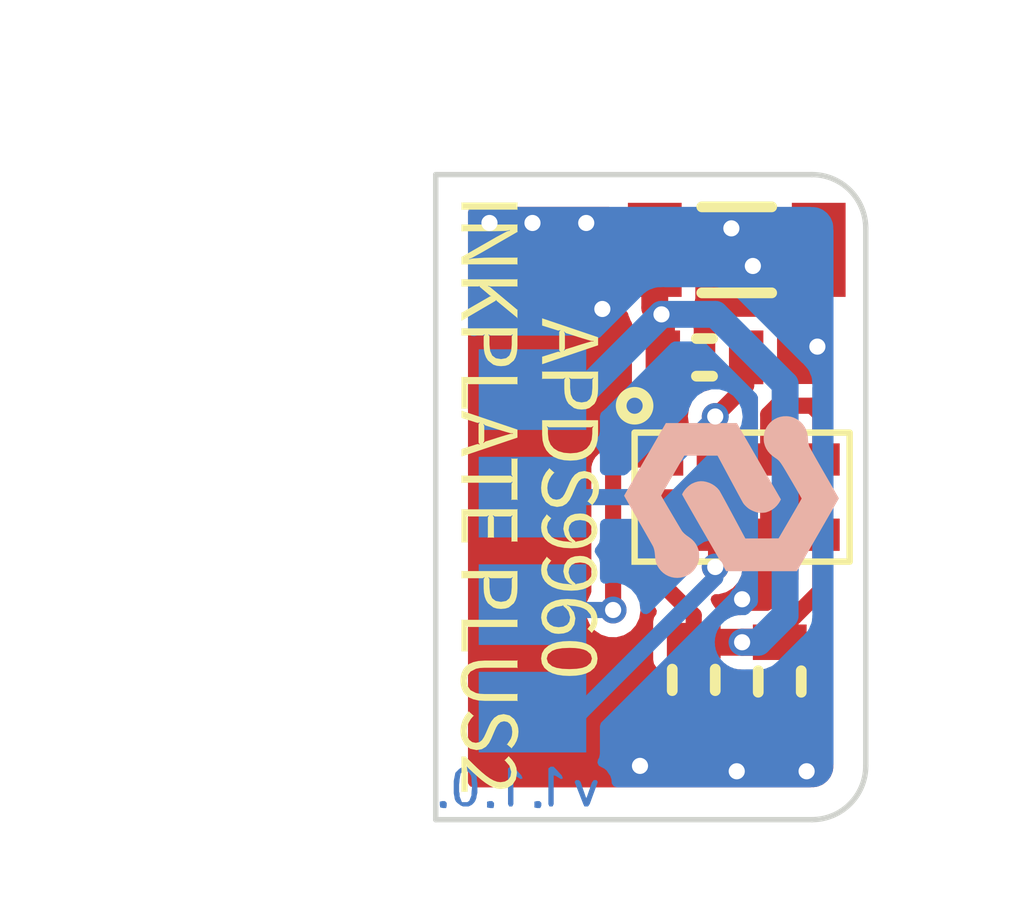
<source format=kicad_pcb>
(kicad_pcb (version 20211014) (generator pcbnew)
  (layers (0 "F.Cu" signal) (31 "B.Cu" signal) (34 "B.Paste" user) (35 "F.Paste" user) (36 "B.SilkS" user "B.Silkscreen") (37 "F.SilkS" user "F.Silkscreen") (38 "B.Mask" user) (39 "F.Mask" user) (44 "Edge.Cuts" user))
  (net 0 "")
  (net 1 "GND")
  (net 2 "3V3")
  (net 3 "INT_APDS")
  (net 4 "I2C_SDA")
  (net 5 "Net-(U1-Pad3)")
  (net 6 "I2C_SCL")
  (footprint "e-radionica.com footprinti:0603R" (layer "F.Cu") (at 139 93.4 180)
    (fp_text reference "R1")
    (fp_text value "10k")
    (pad "1" smd rect locked (at -0.775 0 270) (size 1 0.64) (layers "F.Cu" "F.Paste" "F.Mask") (net 3 "INT_APDS"))
    (pad "2" smd rect locked (at 0.775 0 270) (size 1 0.64) (layers "F.Cu" "F.Paste" "F.Mask") (net 2 "3V3"))
  )
  (footprint "kibuzzard-64A9B32F" (layer "F.Cu") (at 135 96 -90)
    (fp_text reference "kibuzzard-64A9B32F" hide)
    (fp_text value "G***" hide)
  )
  (footprint "e-radionica.com footprinti:0603C" (layer "F.Cu") (at 140.4 99.43 90)
    (fp_text reference "C2")
    (fp_text value "100n")
    (pad "1" smd rect locked (at -0.73 0 90) (size 0.66 1) (layers "F.Cu" "F.Paste" "F.Mask") (net 1 "GND"))
    (pad "2" smd rect locked (at 0.73 0 90) (size 0.66 1) (layers "F.Cu" "F.Paste" "F.Mask") (net 2 "3V3"))
  )
  (footprint "kibuzzard-64A9B359" (layer "F.Cu") (at 136.5 96 -90)
    (fp_text reference "kibuzzard-64A9B359" hide)
    (fp_text value "G***" hide)
  )
  (footprint "e-radionica.com footprinti:0603C" (layer "F.Cu") (at 138.8 99.4 90)
    (fp_text reference "C1")
    (fp_text value "1u")
    (pad "1" smd rect locked (at -0.73 0 90) (size 0.66 1) (layers "F.Cu" "F.Paste" "F.Mask") (net 1 "GND"))
    (pad "2" smd rect locked (at 0.73 0 90) (size 0.66 1) (layers "F.Cu" "F.Paste" "F.Mask") (net 2 "3V3"))
  )
  (footprint "Soldered Graphics:Logo-Back-Soldered-4mm" (layer "F.Cu") (at 139.5 96 90)
    (fp_text reference "G***" hide)
    (fp_text value "LOGO" hide)
  )
  (footprint "e-radionica.com footprinti:APDS-9960" (layer "F.Cu") (at 139.7 96 90)
    (fp_text reference "U1")
    (fp_text value "APDS-9960")
    (pad "1" smd rect (at 0.7 -1.455 90) (size 0.6 0.72) (layers "F.Cu" "F.Paste" "F.Mask") (net 4 "I2C_SDA"))
    (pad "2" smd rect (at 0.7 -0.485 90) (size 0.6 0.72) (layers "F.Cu" "F.Paste" "F.Mask") (net 3 "INT_APDS"))
    (pad "3" smd rect (at 0.7 0.485 90) (size 0.6 0.72) (layers "F.Cu" "F.Paste" "F.Mask") (net 5 "Net-(U1-Pad3)"))
    (pad "4" smd rect (at 0.7 1.455 90) (size 0.6 0.72) (layers "F.Cu" "F.Paste" "F.Mask") (net 5 "Net-(U1-Pad3)"))
    (pad "5" smd rect (at -0.7 1.455 90) (size 0.6 0.72) (layers "F.Cu" "F.Paste" "F.Mask") (net 2 "3V3"))
    (pad "6" smd rect (at -0.7 0.485 90) (size 0.6 0.72) (layers "F.Cu" "F.Paste" "F.Mask") (net 1 "GND"))
    (pad "7" smd rect (at -0.7 -0.485 90) (size 0.6 0.72) (layers "F.Cu" "F.Paste" "F.Mask") (net 6 "I2C_SCL"))
    (pad "8" smd rect (at -0.7 -1.455 90) (size 0.6 0.72) (layers "F.Cu" "F.Paste" "F.Mask") (net 2 "3V3"))
  )
  (footprint "e-radionica.com footprinti:1206C" (layer "F.Cu") (at 139.6 91.4 180)
    (fp_text reference "C3")
    (fp_text value "10u")
    (pad "1" smd rect locked (at -1.525 0 270) (size 1.75 1) (layers "F.Cu" "F.Paste" "F.Mask") (net 1 "GND"))
    (pad "2" smd rect locked (at 1.525 0 270) (size 1.75 1) (layers "F.Cu" "F.Paste" "F.Mask") (net 2 "3V3"))
  )
  (footprint "e-radionica.com footprinti:PAD_2x1.5" (layer "B.Cu") (at 135.8 94 180)
    (fp_text reference "PAD4")
    (fp_text value "PAD_2x1.5")
    (pad "1" smd rect (at 0 0 180) (size 2 1.5) (layers "B.Cu" "B.Paste" "B.Mask") (net 2 "3V3"))
  )
  (footprint "Soldered Graphics:Version1.1.0" (layer "B.Cu") (at 135.5 101.4 180)
    (fp_text reference "Ref**" hide)
    (fp_text value "Val**" hide)
    (fp_poly (pts (xy -0.44 -0.38) (xy -0.39 -0.38) (xy -0.34 -0.37) (xy -0.34 -0.33) (xy -0.34 -0.27) (xy -0.38 -0.26) (xy -0.43 -0.26) (xy -0.46 -0.29) (xy -0.46 -0.34) (xy -0.44 -0.38)) (layer "B.Cu") (width 0.01) (fill solid))
    (fp_poly (pts (xy 0.43 -0.38) (xy 0.48 -0.38) (xy 0.54 -0.37) (xy 0.54 -0.33) (xy 0.54 -0.27) (xy 0.5 -0.26) (xy 0.45 -0.26) (xy 0.42 -0.29) (xy 0.42 -0.34) (xy 0.43 -0.38)) (layer "B.Cu") (width 0.01) (fill solid))
    (fp_poly (pts (xy 0.93 -0.35) (xy 0.99 -0.35) (xy 1.04 -0.33) (xy 1.01 -0.28) (xy 0.91 -0.28) (xy 0.87 -0.25) (xy 0.85 -0.2) (xy 0.83 -0.15) (xy 0.83 -0.11) (xy 0.82 0.01) (xy 0.83 0.13) (xy 0.83 0.17) (xy 0.84 0.22) (xy 0.87 0.27) (xy 0.9 0.3) (xy 1.01 0.3) (xy 1.04 0.26) (xy 1.05 0.21) (xy 1.06 0.15) (xy 1.07 0.05) (xy 1.07 -0.08) (xy 1.06 -0.12) (xy 1.06 -0.17) (xy 1.04 -0.22) (xy 1.02 -0.27) (xy 1.01 -0.28) (xy 1.05 -0.32) (xy 1.09 -0.29) (xy 1.12 -0.26) (xy 1.14 -0.22) (xy 1.15 -0.16) (xy 1.16 -0.11) (xy 1.16 -0.06) (xy 1.16 0.06) (xy 1.16 0.12) (xy 1.15 0.17) (xy 1.14 0.22) (xy 1.13 0.27) (xy 1.1 0.3) (xy 1.06 0.34) (xy 1.01 0.37) (xy 0.95 0.38) (xy 0.9 0.38) (xy 0.84 0.35) (xy 0.8 0.31) (xy 0.78 0.28) (xy 0.75 0.23) (xy 0.74 0.18) (xy 0.74 0.13) (xy 0.73 0.08) (xy 0.73 -0.04) (xy 0.73 -0.1) (xy 0.74 -0.14) (xy 0.75 -0.2) (xy 0.77 -0.25) (xy 0.79 -0.28) (xy 0.83 -0.32) (xy 0.89 -0.35) (xy 0.93 -0.35)) (layer "B.Cu") (width 0.01) (fill solid))
    (fp_poly (pts (xy 0.08 -0.35) (xy 0.13 -0.35) (xy 0.15 -0.31) (xy 0.15 0.35) (xy 0.11 0.38) (xy 0.06 0.38) (xy 0.02 0.34) (xy -0.09 0.22) (xy -0.11 0.17) (xy -0.08 0.16) (xy 0.02 0.22) (xy 0.06 0.23) (xy 0.06 -0.31) (xy 0.08 -0.35)) (layer "B.Cu") (width 0.01) (fill solid))
    (fp_poly (pts (xy -1.33 -0.35) (xy -1.27 -0.35) (xy -1.25 -0.31) (xy -1.09 0.1) (xy -1.11 0.13) (xy -1.16 0.13) (xy -1.19 0.1) (xy -1.28 -0.16) (xy -1.3 -0.21) (xy -1.32 -0.17) (xy -1.41 0.09) (xy -1.44 0.13) (xy -1.49 0.13) (xy -1.51 0.1) (xy -1.36 -0.31) (xy -1.33 -0.35)) (layer "B.Cu") (width 0.01) (fill solid))
    (fp_poly (pts (xy 1.31 -0.38) (xy 1.36 -0.38) (xy 1.41 -0.37) (xy 1.42 -0.33) (xy 1.42 -0.27) (xy 1.38 -0.26) (xy 1.33 -0.26) (xy 1.3 -0.29) (xy 1.3 -0.34) (xy 1.31 -0.38)) (layer "B.Cu") (width 0.01) (fill solid))
    (fp_poly (pts (xy -0.67 -0.35) (xy -0.62 -0.35) (xy -0.6 -0.31) (xy -0.6 0.35) (xy -0.64 0.38) (xy -0.69 0.38) (xy -0.73 0.34) (xy -0.84 0.22) (xy -0.86 0.17) (xy -0.83 0.16) (xy -0.73 0.22) (xy -0.69 0.23) (xy -0.69 -0.31) (xy -0.67 -0.35)) (layer "B.Cu") (width 0.01) (fill solid))
  )
  (footprint "e-radionica.com footprinti:PAD_2x1.5" (layer "B.Cu") (at 135.8 96 180)
    (fp_text reference "PAD3")
    (fp_text value "PAD_2x1.5")
    (pad "1" smd rect (at 0 0 180) (size 2 1.5) (layers "B.Cu" "B.Paste" "B.Mask") (net 3 "INT_APDS"))
  )
  (footprint "e-radionica.com footprinti:PAD_2x1.5" (layer "B.Cu") (at 135.8 92 180)
    (fp_text reference "PAD5")
    (fp_text value "PAD_2x1.5")
    (pad "1" smd rect (at 0 0 180) (size 2 1.5) (layers "B.Cu" "B.Paste" "B.Mask") (net 1 "GND"))
  )
  (footprint "e-radionica.com footprinti:PAD_2x1.5" (layer "B.Cu") (at 135.8 98 180)
    (fp_text reference "PAD1")
    (fp_text value "PAD_2x1.5")
    (pad "1" smd rect (at 0 0 180) (size 2 1.5) (layers "B.Cu" "B.Paste" "B.Mask") (net 4 "I2C_SDA"))
  )
  (footprint "e-radionica.com footprinti:PAD_2x1.5" (layer "B.Cu") (at 135.8 100 180)
    (fp_text reference "PAD2")
    (fp_text value "PAD_2x1.5")
    (pad "1" smd rect (at 0 0 180) (size 2 1.5) (layers "B.Cu" "B.Paste" "B.Mask") (net 6 "I2C_SCL"))
  )
  (gr_arc (start 141 90) (mid 141.707107 90.292893) (end 142 91) (layer "Edge.Cuts") (width 0.1))
  (gr_line (start 134 102) (end 134 90) (layer "Edge.Cuts") (width 0.1))
  (gr_line (start 142 91) (end 142 101) (layer "Edge.Cuts") (width 0.1))
  (gr_arc (start 142 101) (mid 141.707107 101.707107) (end 141 102) (layer "Edge.Cuts") (width 0.1))
  (gr_line (start 141 102) (end 134 102) (layer "Edge.Cuts") (width 0.1))
  (gr_line (start 134 90) (end 141 90) (layer "Edge.Cuts") (width 0.1))
  (via (at 139.9 91.7) (size 0.5) (drill 0.3) (layers "F.Cu" "B.Cu") (net 1))
  (via (at 137.8 101) (size 0.5) (drill 0.3) (layers "F.Cu" "B.Cu") (net 1))
  (via (at 135.8 90.9) (size 0.5) (drill 0.3) (layers "F.Cu" "B.Cu") (net 1))
  (via (at 136.8 90.9) (size 0.5) (drill 0.3) (layers "F.Cu" "B.Cu") (net 1))
  (via (at 139.6 101.1) (size 0.5) (drill 0.3) (layers "F.Cu" "B.Cu") (net 1))
  (via (at 139.5 91) (size 0.5) (drill 0.3) (layers "F.Cu" "B.Cu") (net 1))
  (via (at 139.7 97.9) (size 0.5) (drill 0.3) (layers "F.Cu" "B.Cu") (net 1))
  (via (at 137.1 92.5) (size 0.5) (drill 0.3) (layers "F.Cu" "B.Cu") (net 1))
  (via (at 141.1 93.2) (size 0.5) (drill 0.3) (layers "F.Cu" "B.Cu") (net 1))
  (via (at 140.9 101.1) (size 0.5) (drill 0.3) (layers "F.Cu" "B.Cu") (net 1))
  (via (at 135 90.9) (size 0.5) (drill 0.3) (layers "F.Cu" "B.Cu") (net 1))
  (segment (start 138.075 91.4) (end 138.075 92.475) (width 0.5) (layer "F.Cu") (net 2))
  (segment (start 138.83 98.7) (end 138.8 98.67) (width 0.5) (layer "F.Cu") (net 2))
  (segment (start 141.155 97.745) (end 140.4 98.5) (width 0.3) (layer "F.Cu") (net 2))
  (segment (start 138.245 97.645) (end 138.8 98.2) (width 0.3) (layer "F.Cu") (net 2))
  (segment (start 140.4 98.7) (end 138.83 98.7) (width 0.5) (layer "F.Cu") (net 2))
  (segment (start 138.2 92.6) (end 138.2 93.375) (width 0.5) (layer "F.Cu") (net 2))
  (segment (start 138.8 98.2) (end 138.8 98.67) (width 0.3) (layer "F.Cu") (net 2))
  (segment (start 140.4 98.5) (end 140.4 98.7) (width 0.3) (layer "F.Cu") (net 2))
  (segment (start 138.075 92.475) (end 138.2 92.6) (width 0.5) (layer "F.Cu") (net 2))
  (segment (start 138.245 96.7) (end 138.245 97.645) (width 0.3) (layer "F.Cu") (net 2))
  (segment (start 138.2 93.375) (end 138.225 93.4) (width 0.5) (layer "F.Cu") (net 2))
  (segment (start 139.7 98.7) (end 140.4 98.7) (width 0.5) (layer "F.Cu") (net 2))
  (segment (start 141.155 96.7) (end 141.155 97.745) (width 0.3) (layer "F.Cu") (net 2))
  (via (at 138.2 92.6) (size 0.5) (drill 0.3) (layers "F.Cu" "B.Cu") (net 2))
  (via (at 139.7 98.7) (size 0.5) (drill 0.3) (layers "F.Cu" "B.Cu") (net 2))
  (segment (start 140 98.7) (end 140.5 98.2) (width 0.5) (layer "B.Cu") (net 2))
  (segment (start 135.8 94) (end 136.8 94) (width 0.5) (layer "B.Cu") (net 2))
  (segment (start 139.7 98.7) (end 140 98.7) (width 0.5) (layer "B.Cu") (net 2))
  (segment (start 140.5 98.2) (end 140.5 93.9) (width 0.5) (layer "B.Cu") (net 2))
  (segment (start 136.8 94) (end 138.2 92.6) (width 0.5) (layer "B.Cu") (net 2))
  (segment (start 140.5 93.9) (end 139.2 92.6) (width 0.5) (layer "B.Cu") (net 2))
  (segment (start 139.2 92.6) (end 138.2 92.6) (width 0.5) (layer "B.Cu") (net 2))
  (segment (start 139.775 93.925) (end 139.2 94.5) (width 0.3) (layer "F.Cu") (net 3))
  (segment (start 139.215 94.515) (end 139.2 94.5) (width 0.3) (layer "F.Cu") (net 3))
  (segment (start 139.775 93.4) (end 139.775 93.925) (width 0.3) (layer "F.Cu") (net 3))
  (segment (start 139.215 95.3) (end 139.215 94.515) (width 0.3) (layer "F.Cu") (net 3))
  (via (at 139.2 94.5) (size 0.5) (drill 0.3) (layers "F.Cu" "B.Cu") (net 3))
  (segment (start 137.7 96) (end 135.8 96) (width 0.3) (layer "B.Cu") (net 3))
  (segment (start 139.2 94.5) (end 137.7 96) (width 0.3) (layer "B.Cu") (net 3))
  (segment (start 137.3 95.5) (end 137.3 98.1) (width 0.3) (layer "F.Cu") (net 4))
  (segment (start 137.5 95.3) (end 137.3 95.5) (width 0.3) (layer "F.Cu") (net 4))
  (segment (start 138.245 95.3) (end 137.5 95.3) (width 0.3) (layer "F.Cu") (net 4))
  (via (at 137.3 98.1) (size 0.5) (drill 0.3) (layers "F.Cu" "B.Cu") (net 4))
  (segment (start 137.3 98.1) (end 135.9 98.1) (width 0.3) (layer "B.Cu") (net 4))
  (segment (start 135.9 98.1) (end 135.8 98) (width 0.3) (layer "B.Cu") (net 4))
  (segment (start 140.35 94.3) (end 141 94.3) (width 0.3) (layer "F.Cu") (net 5))
  (segment (start 140.185 94.465) (end 140.35 94.3) (width 0.3) (layer "F.Cu") (net 5))
  (segment (start 141 94.3) (end 141.155 94.455) (width 0.3) (layer "F.Cu") (net 5))
  (segment (start 141.155 94.455) (end 141.155 95.3) (width 0.3) (layer "F.Cu") (net 5))
  (segment (start 140.185 95.3) (end 140.185 94.465) (width 0.3) (layer "F.Cu") (net 5))
  (segment (start 139.215 97.285) (end 139.2 97.3) (width 0.3) (layer "F.Cu") (net 6))
  (segment (start 139.215 96.7) (end 139.215 97.285) (width 0.3) (layer "F.Cu") (net 6))
  (via (at 139.2 97.3) (size 0.5) (drill 0.3) (layers "F.Cu" "B.Cu") (net 6))
  (segment (start 139.2 97.5) (end 136.7 100) (width 0.3) (layer "B.Cu") (net 6))
  (segment (start 136.7 100) (end 135.8 100) (width 0.3) (layer "B.Cu") (net 6))
  (segment (start 139.2 97.3) (end 139.2 97.5) (width 0.3) (layer "B.Cu") (net 6))
  (zone (net 1) (net_name "GND") (layers F&B.Cu) (priority 1) (connect_pads (clearance 0.254)) (min_thickness 0.2) (fill yes (thermal_gap 0.254) (thermal_bridge_width 0.3))
    (polygon (pts (xy 142 102) (xy 134 102) (xy 134 90) (xy 142 90)))
  )
)
</source>
